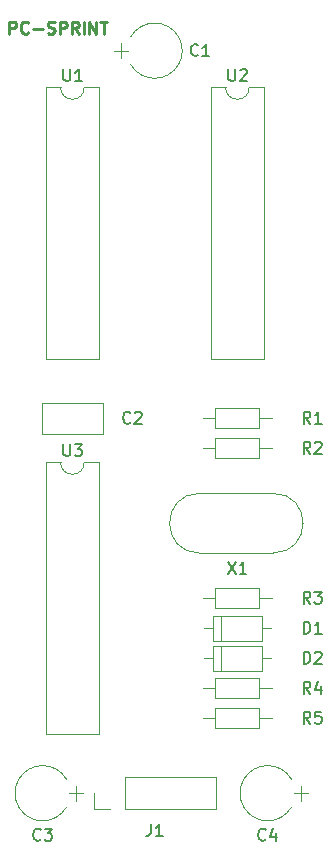
<source format=gbr>
G04 #@! TF.FileFunction,Legend,Top*
%FSLAX46Y46*%
G04 Gerber Fmt 4.6, Leading zero omitted, Abs format (unit mm)*
G04 Created by KiCad (PCBNEW 4.0.7) date Thursday, November 09, 2017 'PMt' 11:15:27 PM*
%MOMM*%
%LPD*%
G01*
G04 APERTURE LIST*
%ADD10C,0.100000*%
%ADD11C,0.254000*%
%ADD12C,0.120000*%
%ADD13C,0.150000*%
G04 APERTURE END LIST*
D10*
D11*
X129286000Y-79199619D02*
X129286000Y-78183619D01*
X129673047Y-78183619D01*
X129769809Y-78232000D01*
X129818190Y-78280381D01*
X129866571Y-78377143D01*
X129866571Y-78522286D01*
X129818190Y-78619048D01*
X129769809Y-78667429D01*
X129673047Y-78715810D01*
X129286000Y-78715810D01*
X130882571Y-79102857D02*
X130834190Y-79151238D01*
X130689047Y-79199619D01*
X130592285Y-79199619D01*
X130447143Y-79151238D01*
X130350381Y-79054476D01*
X130302000Y-78957714D01*
X130253619Y-78764190D01*
X130253619Y-78619048D01*
X130302000Y-78425524D01*
X130350381Y-78328762D01*
X130447143Y-78232000D01*
X130592285Y-78183619D01*
X130689047Y-78183619D01*
X130834190Y-78232000D01*
X130882571Y-78280381D01*
X131318000Y-78812571D02*
X132092095Y-78812571D01*
X132527524Y-79151238D02*
X132672667Y-79199619D01*
X132914571Y-79199619D01*
X133011333Y-79151238D01*
X133059714Y-79102857D01*
X133108095Y-79006095D01*
X133108095Y-78909333D01*
X133059714Y-78812571D01*
X133011333Y-78764190D01*
X132914571Y-78715810D01*
X132721048Y-78667429D01*
X132624286Y-78619048D01*
X132575905Y-78570667D01*
X132527524Y-78473905D01*
X132527524Y-78377143D01*
X132575905Y-78280381D01*
X132624286Y-78232000D01*
X132721048Y-78183619D01*
X132962952Y-78183619D01*
X133108095Y-78232000D01*
X133543524Y-79199619D02*
X133543524Y-78183619D01*
X133930571Y-78183619D01*
X134027333Y-78232000D01*
X134075714Y-78280381D01*
X134124095Y-78377143D01*
X134124095Y-78522286D01*
X134075714Y-78619048D01*
X134027333Y-78667429D01*
X133930571Y-78715810D01*
X133543524Y-78715810D01*
X135140095Y-79199619D02*
X134801429Y-78715810D01*
X134559524Y-79199619D02*
X134559524Y-78183619D01*
X134946571Y-78183619D01*
X135043333Y-78232000D01*
X135091714Y-78280381D01*
X135140095Y-78377143D01*
X135140095Y-78522286D01*
X135091714Y-78619048D01*
X135043333Y-78667429D01*
X134946571Y-78715810D01*
X134559524Y-78715810D01*
X135575524Y-79199619D02*
X135575524Y-78183619D01*
X136059334Y-79199619D02*
X136059334Y-78183619D01*
X136639905Y-79199619D01*
X136639905Y-78183619D01*
X136978572Y-78183619D02*
X137559143Y-78183619D01*
X137268858Y-79199619D02*
X137268858Y-78183619D01*
D12*
X146745000Y-144840000D02*
X146745000Y-142180000D01*
X139065000Y-144840000D02*
X146745000Y-144840000D01*
X139065000Y-142180000D02*
X146745000Y-142180000D01*
X139065000Y-144840000D02*
X139065000Y-142180000D01*
X137795000Y-144840000D02*
X136465000Y-144840000D01*
X136465000Y-144840000D02*
X136465000Y-143510000D01*
X146730000Y-110900000D02*
X146730000Y-112620000D01*
X146730000Y-112620000D02*
X150450000Y-112620000D01*
X150450000Y-112620000D02*
X150450000Y-110900000D01*
X150450000Y-110900000D02*
X146730000Y-110900000D01*
X145660000Y-111760000D02*
X146730000Y-111760000D01*
X151520000Y-111760000D02*
X150450000Y-111760000D01*
X146730000Y-113440000D02*
X146730000Y-115160000D01*
X146730000Y-115160000D02*
X150450000Y-115160000D01*
X150450000Y-115160000D02*
X150450000Y-113440000D01*
X150450000Y-113440000D02*
X146730000Y-113440000D01*
X145660000Y-114300000D02*
X146730000Y-114300000D01*
X151520000Y-114300000D02*
X150450000Y-114300000D01*
X146730000Y-126140000D02*
X146730000Y-127860000D01*
X146730000Y-127860000D02*
X150450000Y-127860000D01*
X150450000Y-127860000D02*
X150450000Y-126140000D01*
X150450000Y-126140000D02*
X146730000Y-126140000D01*
X145660000Y-127000000D02*
X146730000Y-127000000D01*
X151520000Y-127000000D02*
X150450000Y-127000000D01*
X146730000Y-133760000D02*
X146730000Y-135480000D01*
X146730000Y-135480000D02*
X150450000Y-135480000D01*
X150450000Y-135480000D02*
X150450000Y-133760000D01*
X150450000Y-133760000D02*
X146730000Y-133760000D01*
X145660000Y-134620000D02*
X146730000Y-134620000D01*
X151520000Y-134620000D02*
X150450000Y-134620000D01*
X146730000Y-136300000D02*
X146730000Y-138020000D01*
X146730000Y-138020000D02*
X150450000Y-138020000D01*
X150450000Y-138020000D02*
X150450000Y-136300000D01*
X150450000Y-136300000D02*
X146730000Y-136300000D01*
X145660000Y-137160000D02*
X146730000Y-137160000D01*
X151520000Y-137160000D02*
X150450000Y-137160000D01*
X135620000Y-83760000D02*
G75*
G02X133620000Y-83760000I-1000000J0D01*
G01*
X133620000Y-83760000D02*
X132370000Y-83760000D01*
X132370000Y-83760000D02*
X132370000Y-106740000D01*
X132370000Y-106740000D02*
X136870000Y-106740000D01*
X136870000Y-106740000D02*
X136870000Y-83760000D01*
X136870000Y-83760000D02*
X135620000Y-83760000D01*
X149590000Y-83760000D02*
G75*
G02X147590000Y-83760000I-1000000J0D01*
G01*
X147590000Y-83760000D02*
X146340000Y-83760000D01*
X146340000Y-83760000D02*
X146340000Y-106740000D01*
X146340000Y-106740000D02*
X150840000Y-106740000D01*
X150840000Y-106740000D02*
X150840000Y-83760000D01*
X150840000Y-83760000D02*
X149590000Y-83760000D01*
X135620000Y-115510000D02*
G75*
G02X133620000Y-115510000I-1000000J0D01*
G01*
X133620000Y-115510000D02*
X132370000Y-115510000D01*
X132370000Y-115510000D02*
X132370000Y-138490000D01*
X132370000Y-138490000D02*
X136870000Y-138490000D01*
X136870000Y-138490000D02*
X136870000Y-115510000D01*
X136870000Y-115510000D02*
X135620000Y-115510000D01*
X145375000Y-118125000D02*
X151625000Y-118125000D01*
X145375000Y-123175000D02*
X151625000Y-123175000D01*
X145375000Y-123175000D02*
G75*
G02X145375000Y-118125000I0J2525000D01*
G01*
X151625000Y-123175000D02*
G75*
G03X151625000Y-118125000I0J2525000D01*
G01*
X137200000Y-113070000D02*
X132080000Y-113070000D01*
X137200000Y-110450000D02*
X132080000Y-110450000D01*
X137200000Y-113070000D02*
X137200000Y-110450000D01*
X132080000Y-113070000D02*
X132080000Y-110450000D01*
X146530000Y-128480000D02*
X146530000Y-130600000D01*
X146530000Y-130600000D02*
X150650000Y-130600000D01*
X150650000Y-130600000D02*
X150650000Y-128480000D01*
X150650000Y-128480000D02*
X146530000Y-128480000D01*
X145760000Y-129540000D02*
X146530000Y-129540000D01*
X151420000Y-129540000D02*
X150650000Y-129540000D01*
X147190000Y-128480000D02*
X147190000Y-130600000D01*
X146530000Y-131020000D02*
X146530000Y-133140000D01*
X146530000Y-133140000D02*
X150650000Y-133140000D01*
X150650000Y-133140000D02*
X150650000Y-131020000D01*
X150650000Y-131020000D02*
X146530000Y-131020000D01*
X145760000Y-132080000D02*
X146530000Y-132080000D01*
X151420000Y-132080000D02*
X150650000Y-132080000D01*
X147190000Y-131020000D02*
X147190000Y-133140000D01*
X143604998Y-79463811D02*
G75*
G03X139564307Y-79465000I-2019998J-1181189D01*
G01*
X143604998Y-81826189D02*
G75*
G02X139564307Y-81825000I-2019998J1181189D01*
G01*
X143604998Y-81826189D02*
G75*
G03X143605693Y-79465000I-2019998J1181189D01*
G01*
X138135000Y-80645000D02*
X139335000Y-80645000D01*
X138735000Y-79995000D02*
X138735000Y-81295000D01*
X130080002Y-144691189D02*
G75*
G03X134120693Y-144690000I2019998J1181189D01*
G01*
X130080002Y-142328811D02*
G75*
G02X134120693Y-142330000I2019998J-1181189D01*
G01*
X130080002Y-142328811D02*
G75*
G03X130079307Y-144690000I2019998J-1181189D01*
G01*
X135550000Y-143510000D02*
X134350000Y-143510000D01*
X134950000Y-144160000D02*
X134950000Y-142860000D01*
X149130002Y-144691189D02*
G75*
G03X153170693Y-144690000I2019998J1181189D01*
G01*
X149130002Y-142328811D02*
G75*
G02X153170693Y-142330000I2019998J-1181189D01*
G01*
X149130002Y-142328811D02*
G75*
G03X149129307Y-144690000I2019998J-1181189D01*
G01*
X154600000Y-143510000D02*
X153400000Y-143510000D01*
X154000000Y-144160000D02*
X154000000Y-142860000D01*
D13*
X141271667Y-146137381D02*
X141271667Y-146851667D01*
X141224047Y-146994524D01*
X141128809Y-147089762D01*
X140985952Y-147137381D01*
X140890714Y-147137381D01*
X142271667Y-147137381D02*
X141700238Y-147137381D01*
X141985952Y-147137381D02*
X141985952Y-146137381D01*
X141890714Y-146280238D01*
X141795476Y-146375476D01*
X141700238Y-146423095D01*
X154773334Y-112212381D02*
X154440000Y-111736190D01*
X154201905Y-112212381D02*
X154201905Y-111212381D01*
X154582858Y-111212381D01*
X154678096Y-111260000D01*
X154725715Y-111307619D01*
X154773334Y-111402857D01*
X154773334Y-111545714D01*
X154725715Y-111640952D01*
X154678096Y-111688571D01*
X154582858Y-111736190D01*
X154201905Y-111736190D01*
X155725715Y-112212381D02*
X155154286Y-112212381D01*
X155440000Y-112212381D02*
X155440000Y-111212381D01*
X155344762Y-111355238D01*
X155249524Y-111450476D01*
X155154286Y-111498095D01*
X154773334Y-114752381D02*
X154440000Y-114276190D01*
X154201905Y-114752381D02*
X154201905Y-113752381D01*
X154582858Y-113752381D01*
X154678096Y-113800000D01*
X154725715Y-113847619D01*
X154773334Y-113942857D01*
X154773334Y-114085714D01*
X154725715Y-114180952D01*
X154678096Y-114228571D01*
X154582858Y-114276190D01*
X154201905Y-114276190D01*
X155154286Y-113847619D02*
X155201905Y-113800000D01*
X155297143Y-113752381D01*
X155535239Y-113752381D01*
X155630477Y-113800000D01*
X155678096Y-113847619D01*
X155725715Y-113942857D01*
X155725715Y-114038095D01*
X155678096Y-114180952D01*
X155106667Y-114752381D01*
X155725715Y-114752381D01*
X154773334Y-127452381D02*
X154440000Y-126976190D01*
X154201905Y-127452381D02*
X154201905Y-126452381D01*
X154582858Y-126452381D01*
X154678096Y-126500000D01*
X154725715Y-126547619D01*
X154773334Y-126642857D01*
X154773334Y-126785714D01*
X154725715Y-126880952D01*
X154678096Y-126928571D01*
X154582858Y-126976190D01*
X154201905Y-126976190D01*
X155106667Y-126452381D02*
X155725715Y-126452381D01*
X155392381Y-126833333D01*
X155535239Y-126833333D01*
X155630477Y-126880952D01*
X155678096Y-126928571D01*
X155725715Y-127023810D01*
X155725715Y-127261905D01*
X155678096Y-127357143D01*
X155630477Y-127404762D01*
X155535239Y-127452381D01*
X155249524Y-127452381D01*
X155154286Y-127404762D01*
X155106667Y-127357143D01*
X154773334Y-135072381D02*
X154440000Y-134596190D01*
X154201905Y-135072381D02*
X154201905Y-134072381D01*
X154582858Y-134072381D01*
X154678096Y-134120000D01*
X154725715Y-134167619D01*
X154773334Y-134262857D01*
X154773334Y-134405714D01*
X154725715Y-134500952D01*
X154678096Y-134548571D01*
X154582858Y-134596190D01*
X154201905Y-134596190D01*
X155630477Y-134405714D02*
X155630477Y-135072381D01*
X155392381Y-134024762D02*
X155154286Y-134739048D01*
X155773334Y-134739048D01*
X154773334Y-137612381D02*
X154440000Y-137136190D01*
X154201905Y-137612381D02*
X154201905Y-136612381D01*
X154582858Y-136612381D01*
X154678096Y-136660000D01*
X154725715Y-136707619D01*
X154773334Y-136802857D01*
X154773334Y-136945714D01*
X154725715Y-137040952D01*
X154678096Y-137088571D01*
X154582858Y-137136190D01*
X154201905Y-137136190D01*
X155678096Y-136612381D02*
X155201905Y-136612381D01*
X155154286Y-137088571D01*
X155201905Y-137040952D01*
X155297143Y-136993333D01*
X155535239Y-136993333D01*
X155630477Y-137040952D01*
X155678096Y-137088571D01*
X155725715Y-137183810D01*
X155725715Y-137421905D01*
X155678096Y-137517143D01*
X155630477Y-137564762D01*
X155535239Y-137612381D01*
X155297143Y-137612381D01*
X155201905Y-137564762D01*
X155154286Y-137517143D01*
X133858095Y-82212381D02*
X133858095Y-83021905D01*
X133905714Y-83117143D01*
X133953333Y-83164762D01*
X134048571Y-83212381D01*
X134239048Y-83212381D01*
X134334286Y-83164762D01*
X134381905Y-83117143D01*
X134429524Y-83021905D01*
X134429524Y-82212381D01*
X135429524Y-83212381D02*
X134858095Y-83212381D01*
X135143809Y-83212381D02*
X135143809Y-82212381D01*
X135048571Y-82355238D01*
X134953333Y-82450476D01*
X134858095Y-82498095D01*
X147828095Y-82212381D02*
X147828095Y-83021905D01*
X147875714Y-83117143D01*
X147923333Y-83164762D01*
X148018571Y-83212381D01*
X148209048Y-83212381D01*
X148304286Y-83164762D01*
X148351905Y-83117143D01*
X148399524Y-83021905D01*
X148399524Y-82212381D01*
X148828095Y-82307619D02*
X148875714Y-82260000D01*
X148970952Y-82212381D01*
X149209048Y-82212381D01*
X149304286Y-82260000D01*
X149351905Y-82307619D01*
X149399524Y-82402857D01*
X149399524Y-82498095D01*
X149351905Y-82640952D01*
X148780476Y-83212381D01*
X149399524Y-83212381D01*
X133858095Y-113962381D02*
X133858095Y-114771905D01*
X133905714Y-114867143D01*
X133953333Y-114914762D01*
X134048571Y-114962381D01*
X134239048Y-114962381D01*
X134334286Y-114914762D01*
X134381905Y-114867143D01*
X134429524Y-114771905D01*
X134429524Y-113962381D01*
X134810476Y-113962381D02*
X135429524Y-113962381D01*
X135096190Y-114343333D01*
X135239048Y-114343333D01*
X135334286Y-114390952D01*
X135381905Y-114438571D01*
X135429524Y-114533810D01*
X135429524Y-114771905D01*
X135381905Y-114867143D01*
X135334286Y-114914762D01*
X135239048Y-114962381D01*
X134953333Y-114962381D01*
X134858095Y-114914762D01*
X134810476Y-114867143D01*
X147780476Y-123912381D02*
X148447143Y-124912381D01*
X148447143Y-123912381D02*
X147780476Y-124912381D01*
X149351905Y-124912381D02*
X148780476Y-124912381D01*
X149066190Y-124912381D02*
X149066190Y-123912381D01*
X148970952Y-124055238D01*
X148875714Y-124150476D01*
X148780476Y-124198095D01*
X139533334Y-112117143D02*
X139485715Y-112164762D01*
X139342858Y-112212381D01*
X139247620Y-112212381D01*
X139104762Y-112164762D01*
X139009524Y-112069524D01*
X138961905Y-111974286D01*
X138914286Y-111783810D01*
X138914286Y-111640952D01*
X138961905Y-111450476D01*
X139009524Y-111355238D01*
X139104762Y-111260000D01*
X139247620Y-111212381D01*
X139342858Y-111212381D01*
X139485715Y-111260000D01*
X139533334Y-111307619D01*
X139914286Y-111307619D02*
X139961905Y-111260000D01*
X140057143Y-111212381D01*
X140295239Y-111212381D01*
X140390477Y-111260000D01*
X140438096Y-111307619D01*
X140485715Y-111402857D01*
X140485715Y-111498095D01*
X140438096Y-111640952D01*
X139866667Y-112212381D01*
X140485715Y-112212381D01*
X154201905Y-129992381D02*
X154201905Y-128992381D01*
X154440000Y-128992381D01*
X154582858Y-129040000D01*
X154678096Y-129135238D01*
X154725715Y-129230476D01*
X154773334Y-129420952D01*
X154773334Y-129563810D01*
X154725715Y-129754286D01*
X154678096Y-129849524D01*
X154582858Y-129944762D01*
X154440000Y-129992381D01*
X154201905Y-129992381D01*
X155725715Y-129992381D02*
X155154286Y-129992381D01*
X155440000Y-129992381D02*
X155440000Y-128992381D01*
X155344762Y-129135238D01*
X155249524Y-129230476D01*
X155154286Y-129278095D01*
X154201905Y-132532381D02*
X154201905Y-131532381D01*
X154440000Y-131532381D01*
X154582858Y-131580000D01*
X154678096Y-131675238D01*
X154725715Y-131770476D01*
X154773334Y-131960952D01*
X154773334Y-132103810D01*
X154725715Y-132294286D01*
X154678096Y-132389524D01*
X154582858Y-132484762D01*
X154440000Y-132532381D01*
X154201905Y-132532381D01*
X155154286Y-131627619D02*
X155201905Y-131580000D01*
X155297143Y-131532381D01*
X155535239Y-131532381D01*
X155630477Y-131580000D01*
X155678096Y-131627619D01*
X155725715Y-131722857D01*
X155725715Y-131818095D01*
X155678096Y-131960952D01*
X155106667Y-132532381D01*
X155725715Y-132532381D01*
X145248334Y-81002143D02*
X145200715Y-81049762D01*
X145057858Y-81097381D01*
X144962620Y-81097381D01*
X144819762Y-81049762D01*
X144724524Y-80954524D01*
X144676905Y-80859286D01*
X144629286Y-80668810D01*
X144629286Y-80525952D01*
X144676905Y-80335476D01*
X144724524Y-80240238D01*
X144819762Y-80145000D01*
X144962620Y-80097381D01*
X145057858Y-80097381D01*
X145200715Y-80145000D01*
X145248334Y-80192619D01*
X146200715Y-81097381D02*
X145629286Y-81097381D01*
X145915000Y-81097381D02*
X145915000Y-80097381D01*
X145819762Y-80240238D01*
X145724524Y-80335476D01*
X145629286Y-80383095D01*
X131933334Y-147427143D02*
X131885715Y-147474762D01*
X131742858Y-147522381D01*
X131647620Y-147522381D01*
X131504762Y-147474762D01*
X131409524Y-147379524D01*
X131361905Y-147284286D01*
X131314286Y-147093810D01*
X131314286Y-146950952D01*
X131361905Y-146760476D01*
X131409524Y-146665238D01*
X131504762Y-146570000D01*
X131647620Y-146522381D01*
X131742858Y-146522381D01*
X131885715Y-146570000D01*
X131933334Y-146617619D01*
X132266667Y-146522381D02*
X132885715Y-146522381D01*
X132552381Y-146903333D01*
X132695239Y-146903333D01*
X132790477Y-146950952D01*
X132838096Y-146998571D01*
X132885715Y-147093810D01*
X132885715Y-147331905D01*
X132838096Y-147427143D01*
X132790477Y-147474762D01*
X132695239Y-147522381D01*
X132409524Y-147522381D01*
X132314286Y-147474762D01*
X132266667Y-147427143D01*
X150983334Y-147427143D02*
X150935715Y-147474762D01*
X150792858Y-147522381D01*
X150697620Y-147522381D01*
X150554762Y-147474762D01*
X150459524Y-147379524D01*
X150411905Y-147284286D01*
X150364286Y-147093810D01*
X150364286Y-146950952D01*
X150411905Y-146760476D01*
X150459524Y-146665238D01*
X150554762Y-146570000D01*
X150697620Y-146522381D01*
X150792858Y-146522381D01*
X150935715Y-146570000D01*
X150983334Y-146617619D01*
X151840477Y-146855714D02*
X151840477Y-147522381D01*
X151602381Y-146474762D02*
X151364286Y-147189048D01*
X151983334Y-147189048D01*
M02*

</source>
